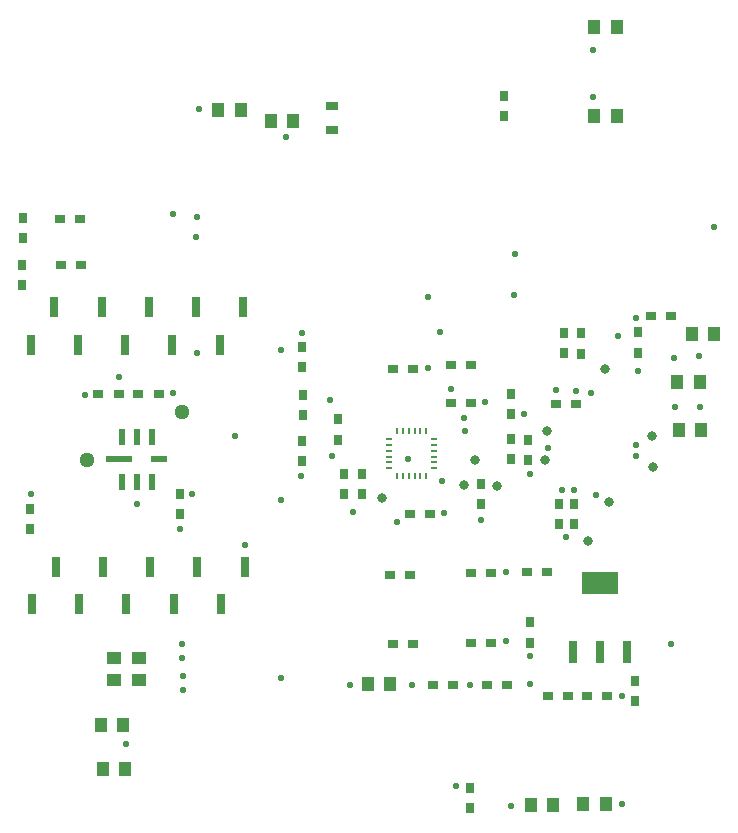
<source format=gbr>
G04 DipTrace 2.2.0.9*
%INTopPasteAF.gbr*%
%MOIN*%
%ADD59C,0.0511*%
%ADD61C,0.022*%
%ADD67R,0.0904X0.0235*%
%ADD69R,0.0577X0.0235*%
%ADD71R,0.0235X0.0577*%
%ADD73R,0.0038X0.0235*%
%ADD75R,0.0235X0.0038*%
%ADD77O,0.0255X0.0038*%
%ADD79O,0.0038X0.0255*%
%ADD82C,0.032*%
%ADD84R,0.12X0.0766*%
%ADD86R,0.0294X0.0766*%
%ADD90R,0.0392X0.0314*%
%ADD101R,0.027X0.071*%
%ADD107R,0.0511X0.0432*%
%ADD113R,0.0432X0.0511*%
%ADD115R,0.0314X0.0353*%
%ADD117R,0.0353X0.0314*%
%FSLAX44Y44*%
%SFA1B1*%
%OFA0B0*%
G04*
G70*
G90*
G75*
G01*
%LNTopPaste*%
%LPD*%
D61*
X17460Y11652D3*
X15383Y11680D3*
X16973Y17092D3*
X21999Y19578D3*
X19408Y11682D3*
X21387Y11696D3*
X9813Y11951D3*
X22447Y18163D3*
X22860Y18159D3*
X9841Y11498D3*
X22937Y21454D3*
X24938Y23893D3*
X20578Y13122D3*
Y15435D3*
X22581Y16591D3*
X15483Y17445D3*
X18540Y17390D3*
X18403Y23418D3*
X17328Y19208D3*
X18468Y18474D3*
X18775Y21540D3*
X18010Y22244D3*
X19199Y20565D3*
X19219Y20141D3*
X21193Y20704D3*
X7683Y21920D3*
X10129Y18024D3*
X14795Y19290D3*
X8288Y17708D3*
X11903Y16344D3*
X14740Y21163D3*
X21377Y18685D3*
X13793Y23408D3*
X13755Y18649D3*
X11555Y19966D3*
X18008Y24592D3*
X9784Y12574D3*
Y13029D3*
X13094Y22845D3*
Y17838D3*
X18940Y8302D3*
X19752Y17170D3*
X23442Y21411D3*
X22258Y21494D3*
X24323Y23284D3*
X4771Y18024D3*
X19880Y21087D3*
X9728Y16867D3*
X24472Y11305D3*
X7925Y9683D3*
X9501Y27357D3*
X10257Y26585D3*
X10300Y27263D3*
X21385Y12645D3*
X10296Y22748D3*
X20754Y7631D3*
X24456Y7704D3*
X27059Y20936D3*
X9492Y21398D3*
X6549Y21340D3*
X24925Y19311D3*
X20892Y26033D3*
X26084Y13038D3*
X24915Y19676D3*
X24992Y22118D3*
X23591Y17990D3*
X27520Y26943D3*
X13109Y11904D3*
X20871Y24653D3*
X26187Y22557D3*
X26234Y20945D3*
X27022Y22622D3*
X23504Y32823D3*
X23496Y31260D3*
X10364Y30850D3*
X13262Y29937D3*
D117*
X19420Y15400D3*
X20089D3*
X22936Y21025D3*
X22267D3*
D115*
X9722Y18019D3*
Y17350D3*
D113*
X22167Y7664D3*
X21419D3*
X23174Y7686D3*
X23922D3*
X7150Y8861D3*
X7898D3*
X7086Y10336D3*
X7834D3*
X24285Y30642D3*
X23537D3*
X24280Y33589D3*
X23532D3*
X11750Y30847D3*
X11002D3*
X12744Y30482D3*
X13492D3*
D115*
X19746Y18379D3*
Y17710D3*
D117*
X17406Y17382D3*
X18075D3*
D115*
X15190Y18715D3*
Y18045D3*
X21342Y19843D3*
Y19173D3*
D107*
X7541Y12578D3*
Y11830D3*
X8351Y12582D3*
Y11834D3*
D113*
X26784Y23373D3*
X27532D3*
X26304Y21752D3*
X27052D3*
X26357Y20166D3*
X27105D3*
D117*
X18167Y11679D3*
X18836D3*
X20636Y11681D3*
X19967D3*
D113*
X16725Y11688D3*
X15977D3*
D115*
X4720Y16868D3*
Y17537D3*
D101*
X4794Y14351D3*
X6368D3*
X7942D3*
X9516D3*
X11090D3*
X11877Y15611D3*
X10303D3*
X8729D3*
X7155D3*
X5581D3*
X4751Y23006D3*
X6325D3*
X7899D3*
X9473D3*
X11047D3*
X11834Y24266D3*
X10260D3*
X8686D3*
X7112D3*
X5538D3*
D90*
X14792Y30169D3*
Y30956D3*
D86*
X22811Y12771D3*
X23716D3*
X24622D3*
D84*
X23716Y15054D3*
D115*
X22371Y17695D3*
Y17026D3*
X22870Y17695D3*
Y17025D3*
D117*
X22654Y11284D3*
X21985D3*
X23972Y11302D3*
X23303D3*
D115*
X20513Y30628D3*
Y31298D3*
X19385Y8241D3*
Y7571D3*
D117*
X16814Y13025D3*
X17483D3*
X6405Y27200D3*
X5735D3*
X6415Y25670D3*
X5745D3*
X16721Y15336D3*
X17390D3*
X8342Y21380D3*
X9011D3*
X7678Y21359D3*
X7009D3*
X19413Y21079D3*
X18744D3*
D115*
X15795Y18027D3*
Y18696D3*
X24900Y11146D3*
Y11815D3*
D117*
X26080Y23960D3*
X25411D3*
D115*
X22533Y22739D3*
Y23408D3*
X24999Y22748D3*
Y23417D3*
X23089Y23383D3*
Y22714D3*
X20764Y19854D3*
Y19185D3*
X20775Y20710D3*
Y21380D3*
D117*
X18763Y22346D3*
X19433D3*
X17505Y22210D3*
X16835D3*
D115*
X14997Y20517D3*
Y19848D3*
X13777Y19804D3*
Y19134D3*
X13819Y20674D3*
Y21343D3*
X13777Y22260D3*
Y22929D3*
X21388Y13751D3*
Y13082D3*
D117*
X21292Y15435D3*
X21961D3*
X19434Y13070D3*
X20103D3*
D115*
X4510Y27225D3*
Y26555D3*
D59*
X6634Y19163D3*
X9799Y20756D3*
D82*
X21965Y20117D3*
X23888Y22200D3*
X25495Y18938D3*
X24028Y17752D3*
X25471Y19950D3*
X19571Y19160D3*
X19198Y18336D3*
X20278Y18302D3*
X21888Y19164D3*
X23320Y16454D3*
X16451Y17891D3*
D115*
X4470Y25675D3*
Y25005D3*
D79*
X17940Y20128D3*
X17743D3*
X17546D3*
X17349D3*
X17153D3*
X16956D3*
D77*
X16700Y19872D3*
Y19675D3*
Y19478D3*
Y19281D3*
Y19084D3*
Y18887D3*
D79*
X16956Y18631D3*
X17152D3*
X17349D3*
X17546D3*
X17743D3*
X17940D3*
D77*
X18196Y18887D3*
Y19084D3*
Y19281D3*
Y19478D3*
Y19675D3*
Y19872D3*
D75*
X22692Y19824D3*
Y19568D3*
Y19312D3*
Y19056D3*
D73*
X23056Y18692D3*
X23312D3*
X23568D3*
X23824D3*
D75*
X24188Y19056D3*
Y19312D3*
Y19568D3*
Y19824D3*
D73*
X23824Y20188D3*
X23568D3*
X23312D3*
X23056D3*
D71*
X7796Y18449D3*
X8296D3*
X8796D3*
D69*
X9031Y19184D3*
D71*
X8796Y19919D3*
X8296D3*
X7796D3*
D67*
X7687Y19184D3*
M02*

</source>
